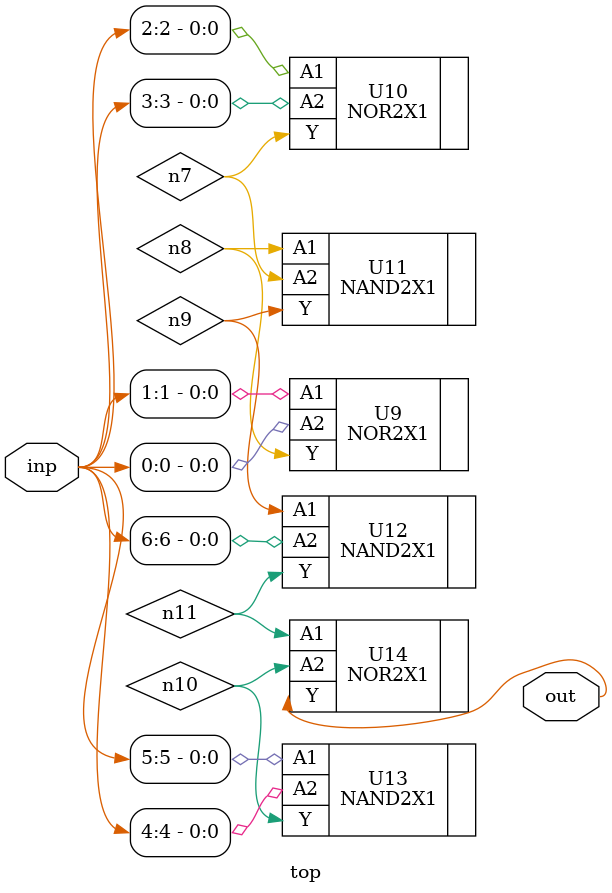
<source format=sv>


module top ( inp, out );
  input [6:0] inp;
  output out;
  wire   n7, n8, n9, n10, n11;

  NOR2X1 U9 ( .A1(inp[1]), .A2(inp[0]), .Y(n8) );
  NOR2X1 U10 ( .A1(inp[2]), .A2(inp[3]), .Y(n7) );
  NAND2X1 U11 ( .A1(n8), .A2(n7), .Y(n9) );
  NAND2X1 U12 ( .A1(n9), .A2(inp[6]), .Y(n11) );
  NAND2X1 U13 ( .A1(inp[5]), .A2(inp[4]), .Y(n10) );
  NOR2X1 U14 ( .A1(n11), .A2(n10), .Y(out) );
endmodule


</source>
